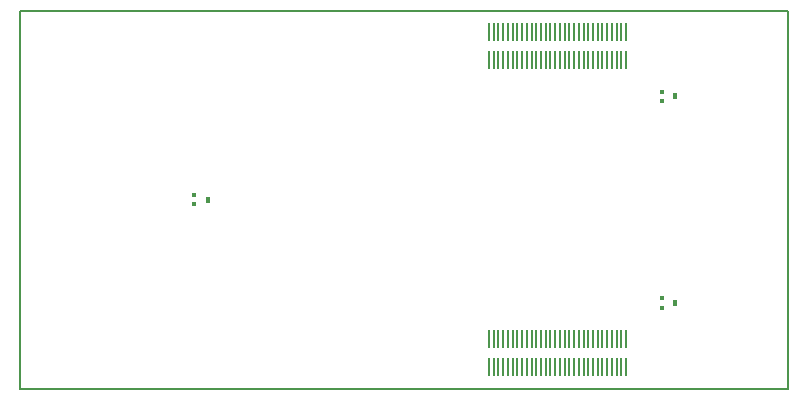
<source format=gbp>
G04 #@! TF.GenerationSoftware,KiCad,Pcbnew,(5.1.5-0-10_14)*
G04 #@! TF.CreationDate,2020-04-12T13:45:19-07:00*
G04 #@! TF.ProjectId,kimchi_usb_ulid,6b696d63-6869-45f7-9573-625f756c6964,v0.1*
G04 #@! TF.SameCoordinates,Original*
G04 #@! TF.FileFunction,Paste,Bot*
G04 #@! TF.FilePolarity,Positive*
%FSLAX46Y46*%
G04 Gerber Fmt 4.6, Leading zero omitted, Abs format (unit mm)*
G04 Created by KiCad (PCBNEW (5.1.5-0-10_14)) date 2020-04-12 13:45:19*
%MOMM*%
%LPD*%
G04 APERTURE LIST*
%ADD10C,0.150000*%
%ADD11R,0.450000X0.500000*%
%ADD12R,0.450000X0.400000*%
%ADD13R,0.200000X1.500000*%
G04 APERTURE END LIST*
D10*
X107000000Y-126000000D02*
X107000000Y-94000000D01*
X172000000Y-126000000D02*
X107000000Y-126000000D01*
X172000000Y-94000000D02*
X172000000Y-126000000D01*
X107000000Y-94000000D02*
X172000000Y-94000000D01*
D11*
X162475000Y-118750000D03*
D12*
X161325000Y-118350000D03*
X161325000Y-119150000D03*
D11*
X162475000Y-101250000D03*
D12*
X161325000Y-100850000D03*
X161325000Y-101650000D03*
D11*
X122875000Y-110000000D03*
D12*
X121725000Y-109600000D03*
X121725000Y-110400000D03*
D13*
X148700000Y-124160000D03*
X149100000Y-124160000D03*
X149500000Y-124160000D03*
X149900000Y-124160000D03*
X150300000Y-124160000D03*
X146700000Y-121840000D03*
X150700000Y-124160000D03*
X147100000Y-121840000D03*
X151100000Y-124160000D03*
X147500000Y-121840000D03*
X151500000Y-124160000D03*
X147900000Y-121840000D03*
X151900000Y-124160000D03*
X148300000Y-121840000D03*
X152300000Y-124160000D03*
X148700000Y-121840000D03*
X152700000Y-124160000D03*
X149100000Y-121840000D03*
X153100000Y-124160000D03*
X149500000Y-121840000D03*
X153500000Y-124160000D03*
X149900000Y-121840000D03*
X153900000Y-124160000D03*
X150300000Y-121840000D03*
X154300000Y-124160000D03*
X150700000Y-121840000D03*
X154700000Y-124160000D03*
X151100000Y-121840000D03*
X155100000Y-124160000D03*
X151500000Y-121840000D03*
X155500000Y-124160000D03*
X151900000Y-121840000D03*
X155900000Y-124160000D03*
X152300000Y-121840000D03*
X156300000Y-124160000D03*
X152700000Y-121840000D03*
X156700000Y-124160000D03*
X153100000Y-121840000D03*
X157100000Y-124160000D03*
X153500000Y-121840000D03*
X157500000Y-124160000D03*
X153900000Y-121840000D03*
X157900000Y-124160000D03*
X154300000Y-121840000D03*
X158300000Y-124160000D03*
X154700000Y-121840000D03*
X146700000Y-124160000D03*
X155100000Y-121840000D03*
X147100000Y-124160000D03*
X155500000Y-121840000D03*
X147500000Y-124160000D03*
X155900000Y-121840000D03*
X147900000Y-124160000D03*
X156300000Y-121840000D03*
X148300000Y-124160000D03*
X156700000Y-121840000D03*
X157100000Y-121840000D03*
X157500000Y-121840000D03*
X157900000Y-121840000D03*
X158300000Y-121840000D03*
X148700000Y-98160000D03*
X149100000Y-98160000D03*
X149500000Y-98160000D03*
X149900000Y-98160000D03*
X150300000Y-98160000D03*
X146700000Y-95840000D03*
X150700000Y-98160000D03*
X147100000Y-95840000D03*
X151100000Y-98160000D03*
X147500000Y-95840000D03*
X151500000Y-98160000D03*
X147900000Y-95840000D03*
X151900000Y-98160000D03*
X148300000Y-95840000D03*
X152300000Y-98160000D03*
X148700000Y-95840000D03*
X152700000Y-98160000D03*
X149100000Y-95840000D03*
X153100000Y-98160000D03*
X149500000Y-95840000D03*
X153500000Y-98160000D03*
X149900000Y-95840000D03*
X153900000Y-98160000D03*
X150300000Y-95840000D03*
X154300000Y-98160000D03*
X150700000Y-95840000D03*
X154700000Y-98160000D03*
X151100000Y-95840000D03*
X155100000Y-98160000D03*
X151500000Y-95840000D03*
X155500000Y-98160000D03*
X151900000Y-95840000D03*
X155900000Y-98160000D03*
X152300000Y-95840000D03*
X156300000Y-98160000D03*
X152700000Y-95840000D03*
X156700000Y-98160000D03*
X153100000Y-95840000D03*
X157100000Y-98160000D03*
X153500000Y-95840000D03*
X157500000Y-98160000D03*
X153900000Y-95840000D03*
X157900000Y-98160000D03*
X154300000Y-95840000D03*
X158300000Y-98160000D03*
X154700000Y-95840000D03*
X146700000Y-98160000D03*
X155100000Y-95840000D03*
X147100000Y-98160000D03*
X155500000Y-95840000D03*
X147500000Y-98160000D03*
X155900000Y-95840000D03*
X147900000Y-98160000D03*
X156300000Y-95840000D03*
X148300000Y-98160000D03*
X156700000Y-95840000D03*
X157100000Y-95840000D03*
X157500000Y-95840000D03*
X157900000Y-95840000D03*
X158300000Y-95840000D03*
M02*

</source>
